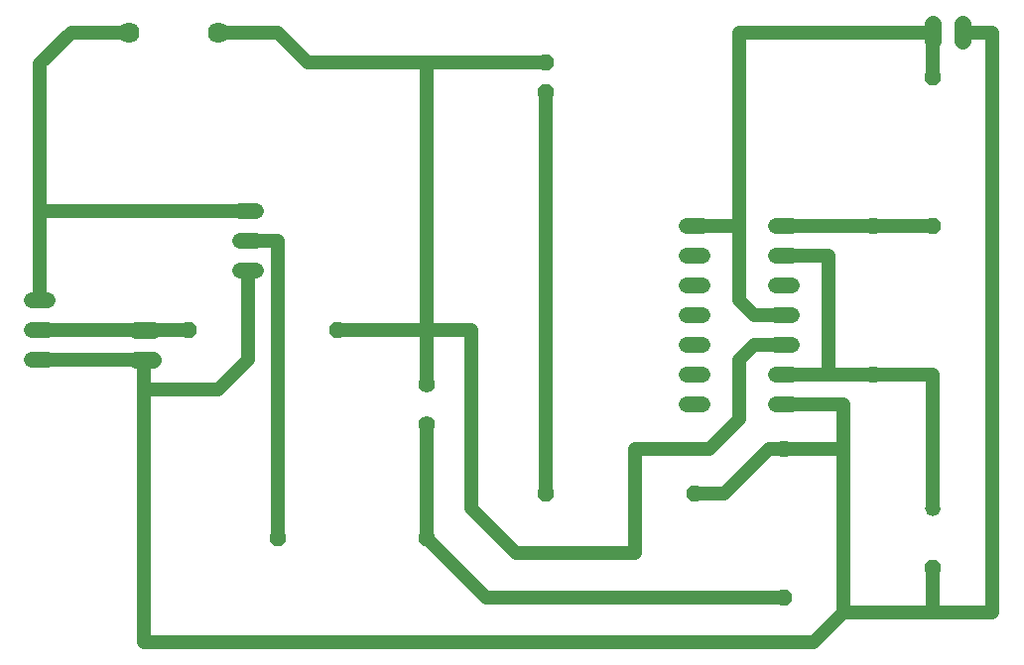
<source format=gbr>
G04 EAGLE Gerber RS-274X export*
G75*
%MOMM*%
%FSLAX34Y34*%
%LPD*%
%AMOC8*
5,1,8,0,0,1.08239X$1,22.5*%
G01*
%ADD10P,1.429621X8X292.500000*%
%ADD11C,1.320800*%
%ADD12C,1.422400*%
%ADD13C,1.320800*%
%ADD14C,1.400000*%
%ADD15P,1.429621X8X112.500000*%
%ADD16P,1.429621X8X202.500000*%
%ADD17P,1.429621X8X22.500000*%
%ADD18C,1.790000*%
%ADD19C,1.219200*%


D10*
X-114300Y127000D03*
D11*
X-114300Y177800D03*
D12*
X-780288Y304800D02*
X-794512Y304800D01*
X-794512Y330200D02*
X-780288Y330200D01*
D13*
X-247904Y419100D02*
X-234696Y419100D01*
X-234696Y393700D02*
X-247904Y393700D01*
X-247904Y266700D02*
X-234696Y266700D01*
X-310896Y266700D02*
X-324104Y266700D01*
X-247904Y368300D02*
X-234696Y368300D01*
X-234696Y342900D02*
X-247904Y342900D01*
X-247904Y292100D02*
X-234696Y292100D01*
X-234696Y317500D02*
X-247904Y317500D01*
X-310896Y292100D02*
X-324104Y292100D01*
X-324104Y317500D02*
X-310896Y317500D01*
X-310896Y342900D02*
X-324104Y342900D01*
X-324104Y368300D02*
X-310896Y368300D01*
X-310896Y393700D02*
X-324104Y393700D01*
X-324104Y419100D02*
X-310896Y419100D01*
D14*
X-546100Y283700D03*
X-546100Y249700D03*
D10*
X-444500Y558800D03*
X-444500Y533400D03*
D15*
X-114300Y419100D03*
X-114300Y546100D03*
X-165100Y292100D03*
X-165100Y419100D03*
D16*
X-317500Y190500D03*
X-444500Y190500D03*
D10*
X-241300Y228600D03*
X-241300Y101600D03*
D17*
X-673100Y152400D03*
X-546100Y152400D03*
X-749300Y330200D03*
X-622300Y330200D03*
D13*
X-869696Y355600D02*
X-882904Y355600D01*
X-882904Y304800D02*
X-869696Y304800D01*
X-869696Y330200D02*
X-882904Y330200D01*
X-705104Y431800D02*
X-691896Y431800D01*
X-691896Y381000D02*
X-705104Y381000D01*
X-705104Y406400D02*
X-691896Y406400D01*
D12*
X-88900Y577088D02*
X-88900Y591312D01*
X-114300Y591312D02*
X-114300Y577088D01*
D18*
X-723900Y584200D03*
X-800100Y584200D03*
D19*
X-266700Y342900D02*
X-241300Y342900D01*
X-266700Y342900D02*
X-279400Y355600D01*
X-279400Y419100D01*
X-279400Y584200D01*
X-114300Y584200D01*
X-279400Y419100D02*
X-317500Y419100D01*
X-114300Y546100D02*
X-114300Y584200D01*
X-190500Y266700D02*
X-241300Y266700D01*
X-190500Y266700D02*
X-190500Y228600D01*
X-241300Y228600D01*
X-190500Y228600D02*
X-190500Y88900D01*
X-292100Y190500D02*
X-254000Y228600D01*
X-241300Y228600D01*
X-88900Y88900D02*
X-63500Y88900D01*
X-114300Y88900D02*
X-190500Y88900D01*
X-215900Y63500D01*
X-787400Y63500D01*
X-787400Y279400D01*
X-787400Y304800D01*
X-698500Y304800D02*
X-698500Y381000D01*
X-723900Y279400D02*
X-787400Y279400D01*
X-723900Y279400D02*
X-698500Y304800D01*
X-787400Y304800D02*
X-876300Y304800D01*
X-88900Y584200D02*
X-63500Y584200D01*
X-63500Y88900D01*
X-114300Y88900D02*
X-114300Y127000D01*
X-292100Y190500D02*
X-317500Y190500D01*
X-114300Y88900D02*
X-88900Y88900D01*
X-114300Y419100D02*
X-165100Y419100D01*
X-241300Y419100D01*
X-114300Y292100D02*
X-114300Y177800D01*
X-114300Y292100D02*
X-165100Y292100D01*
X-203200Y292100D01*
X-241300Y292100D01*
X-241300Y393700D02*
X-203200Y393700D01*
X-203200Y292100D01*
X-444500Y190500D02*
X-444500Y533400D01*
X-546100Y330200D02*
X-622300Y330200D01*
X-546100Y330200D02*
X-546100Y283700D01*
X-279400Y304800D02*
X-279400Y254000D01*
X-368300Y228600D02*
X-368300Y139700D01*
X-469900Y139700D01*
X-508000Y177800D01*
X-508000Y330200D01*
X-546100Y330200D01*
X-546100Y558800D02*
X-444500Y558800D01*
X-279400Y254000D02*
X-304800Y228600D01*
X-368300Y228600D01*
X-266700Y317500D02*
X-241300Y317500D01*
X-266700Y317500D02*
X-279400Y304800D01*
X-546100Y330200D02*
X-546100Y558800D01*
X-647700Y558800D02*
X-673100Y584200D01*
X-647700Y558800D02*
X-546100Y558800D01*
X-673100Y584200D02*
X-723900Y584200D01*
X-698500Y431800D02*
X-876300Y431800D01*
X-876300Y355600D01*
X-876300Y431800D02*
X-876300Y557530D01*
X-849630Y584200D02*
X-800100Y584200D01*
X-849630Y584200D02*
X-876300Y557530D01*
X-787400Y330200D02*
X-749300Y330200D01*
X-787400Y330200D02*
X-876300Y330200D01*
X-495300Y101600D02*
X-241300Y101600D01*
X-495300Y101600D02*
X-546100Y152400D01*
X-546100Y249700D01*
X-673100Y152400D02*
X-673100Y406400D01*
X-698500Y406400D01*
M02*

</source>
